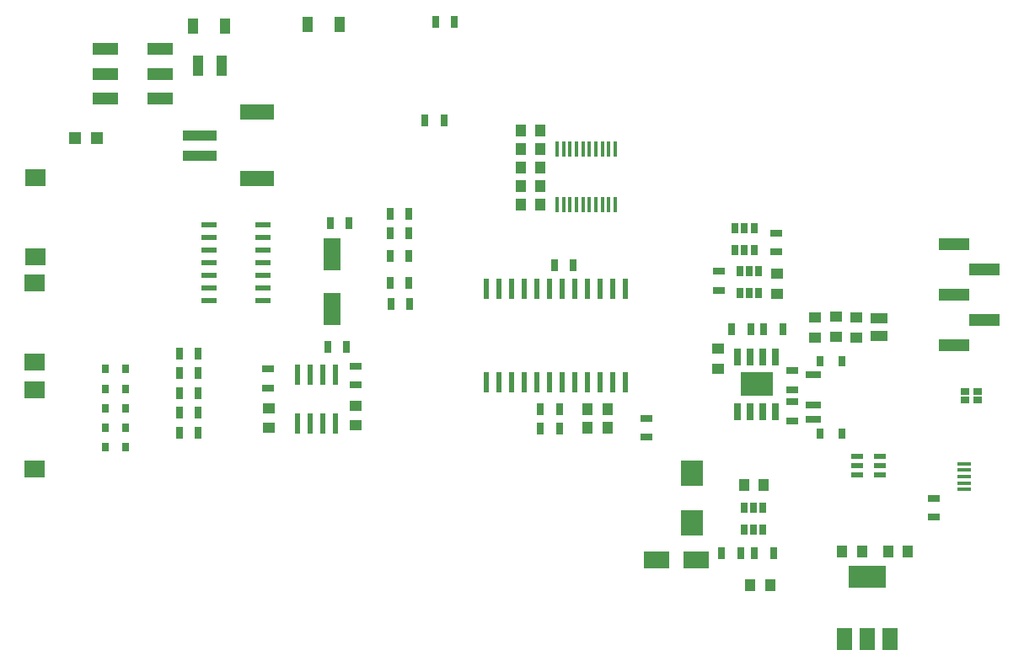
<source format=gbp>
G04 #@! TF.GenerationSoftware,KiCad,Pcbnew,(5.0.0-rc3-dev-5-g0013e0cad)*
G04 #@! TF.CreationDate,2018-07-11T14:46:06+01:00*
G04 #@! TF.ProjectId,Pride Badge,50726964652042616467652E6B696361,rev?*
G04 #@! TF.SameCoordinates,Original*
G04 #@! TF.FileFunction,Paste,Bot*
G04 #@! TF.FilePolarity,Positive*
%FSLAX46Y46*%
G04 Gerber Fmt 4.6, Leading zero omitted, Abs format (unit mm)*
G04 Created by KiCad (PCBNEW (5.0.0-rc3-dev-5-g0013e0cad)) date 07/11/18 14:46:06*
%MOMM*%
%LPD*%
G01*
G04 APERTURE LIST*
%ADD10R,1.350000X0.400000*%
%ADD11R,3.050000X1.270000*%
%ADD12R,0.850000X0.650000*%
%ADD13R,1.250000X1.000000*%
%ADD14R,1.000000X1.250000*%
%ADD15R,2.500000X1.800000*%
%ADD16R,1.700000X3.300000*%
%ADD17R,0.800000X0.900000*%
%ADD18R,1.140000X2.030000*%
%ADD19R,1.778000X1.016000*%
%ADD20R,2.200000X2.550000*%
%ADD21R,1.300000X0.700000*%
%ADD22R,0.700000X1.300000*%
%ADD23R,1.000000X1.500000*%
%ADD24R,0.650000X1.060000*%
%ADD25R,1.500000X2.200000*%
%ADD26R,3.800000X2.200000*%
%ADD27R,0.600000X2.000000*%
%ADD28R,0.650000X1.750000*%
%ADD29R,3.300000X2.410000*%
%ADD30R,0.300000X1.600000*%
%ADD31R,1.500000X0.550000*%
%ADD32R,2.500000X1.200000*%
%ADD33R,3.400000X1.500000*%
%ADD34R,3.500000X1.000000*%
%ADD35R,1.200000X0.600000*%
%ADD36R,2.000000X1.700000*%
%ADD37R,0.800000X1.000000*%
%ADD38R,1.500000X0.700000*%
%ADD39R,1.200000X1.200000*%
G04 APERTURE END LIST*
D10*
G04 #@! TO.C,J1*
X158387460Y-103399100D03*
X158387460Y-104049100D03*
X158387460Y-104699100D03*
X158387460Y-105349100D03*
X158387460Y-105999100D03*
G04 #@! TD*
D11*
G04 #@! TO.C,J3*
X160425000Y-83860000D03*
X157375000Y-81320000D03*
X157375000Y-86400000D03*
X160425000Y-88940000D03*
X157375000Y-91480000D03*
G04 #@! TD*
D12*
G04 #@! TO.C,D2*
X158475000Y-96175000D03*
X159725000Y-96175000D03*
X159725000Y-97025000D03*
X158475000Y-97025000D03*
G04 #@! TD*
D13*
G04 #@! TO.C,C1*
X147550000Y-90700000D03*
X147550000Y-88700000D03*
G04 #@! TD*
G04 #@! TO.C,C2*
X145550000Y-88650000D03*
X145550000Y-90650000D03*
G04 #@! TD*
G04 #@! TO.C,C3*
X143448246Y-88687992D03*
X143448246Y-90687992D03*
G04 #@! TD*
D14*
G04 #@! TO.C,C4*
X138300000Y-105550000D03*
X136300000Y-105550000D03*
G04 #@! TD*
G04 #@! TO.C,C5*
X136900000Y-115600000D03*
X138900000Y-115600000D03*
G04 #@! TD*
G04 #@! TO.C,C6*
X146150000Y-112250000D03*
X148150000Y-112250000D03*
G04 #@! TD*
G04 #@! TO.C,C7*
X152750000Y-112250000D03*
X150750000Y-112250000D03*
G04 #@! TD*
D13*
G04 #@! TO.C,C8*
X139650000Y-84300000D03*
X139650000Y-86300000D03*
G04 #@! TD*
D14*
G04 #@! TO.C,C9*
X113850000Y-77350000D03*
X115850000Y-77350000D03*
G04 #@! TD*
G04 #@! TO.C,C10*
X113837992Y-71750000D03*
X115837992Y-71750000D03*
G04 #@! TD*
G04 #@! TO.C,C11*
X113837992Y-75451754D03*
X115837992Y-75451754D03*
G04 #@! TD*
G04 #@! TO.C,C12*
X113837992Y-73600000D03*
X115837992Y-73600000D03*
G04 #@! TD*
G04 #@! TO.C,C13*
X115850000Y-69900000D03*
X113850000Y-69900000D03*
G04 #@! TD*
G04 #@! TO.C,C14*
X122600000Y-99800000D03*
X120600000Y-99800000D03*
G04 #@! TD*
G04 #@! TO.C,C15*
X120600000Y-97900000D03*
X122600000Y-97900000D03*
G04 #@! TD*
D13*
G04 #@! TO.C,C16*
X88600000Y-97800000D03*
X88600000Y-99800000D03*
G04 #@! TD*
G04 #@! TO.C,C17*
X97250000Y-97550000D03*
X97250000Y-99550000D03*
G04 #@! TD*
D15*
G04 #@! TO.C,D1*
X131500000Y-113100000D03*
X127500000Y-113100000D03*
G04 #@! TD*
D16*
G04 #@! TO.C,D3*
X94898246Y-87837992D03*
X94898246Y-82337992D03*
G04 #@! TD*
D17*
G04 #@! TO.C,D4*
X72100000Y-93900000D03*
X74200000Y-93900000D03*
G04 #@! TD*
G04 #@! TO.C,D5*
X74200000Y-95850000D03*
X72100000Y-95850000D03*
G04 #@! TD*
G04 #@! TO.C,D6*
X72100000Y-97800000D03*
X74200000Y-97800000D03*
G04 #@! TD*
G04 #@! TO.C,D7*
X74200000Y-99750000D03*
X72100000Y-99750000D03*
G04 #@! TD*
G04 #@! TO.C,D8*
X74200000Y-101750000D03*
X72100000Y-101750000D03*
G04 #@! TD*
D18*
G04 #@! TO.C,F1*
X81450000Y-63400000D03*
X83850000Y-63400000D03*
G04 #@! TD*
D19*
G04 #@! TO.C,L1*
X149850000Y-90539000D03*
X149850000Y-88761000D03*
G04 #@! TD*
D20*
G04 #@! TO.C,L2*
X131050000Y-109375000D03*
X131050000Y-104325000D03*
G04 #@! TD*
D21*
G04 #@! TO.C,R1*
X155350000Y-108800000D03*
X155350000Y-106900000D03*
G04 #@! TD*
D22*
G04 #@! TO.C,R2*
X138300000Y-89850000D03*
X140200000Y-89850000D03*
G04 #@! TD*
D21*
G04 #@! TO.C,R3*
X141150000Y-94050000D03*
X141150000Y-95950000D03*
G04 #@! TD*
D22*
G04 #@! TO.C,R4*
X135944290Y-112409181D03*
X134044290Y-112409181D03*
G04 #@! TD*
G04 #@! TO.C,R5*
X136950000Y-89850000D03*
X135050000Y-89850000D03*
G04 #@! TD*
G04 #@! TO.C,R6*
X137344291Y-112409182D03*
X139244291Y-112409182D03*
G04 #@! TD*
D21*
G04 #@! TO.C,R7*
X139500000Y-80200000D03*
X139500000Y-82100000D03*
G04 #@! TD*
G04 #@! TO.C,R8*
X133800000Y-84050000D03*
X133800000Y-85950000D03*
G04 #@! TD*
D22*
G04 #@! TO.C,R9*
X115850000Y-97950000D03*
X117750000Y-97950000D03*
G04 #@! TD*
G04 #@! TO.C,R10*
X117750000Y-99900000D03*
X115850000Y-99900000D03*
G04 #@! TD*
G04 #@! TO.C,R11*
X119150000Y-83450000D03*
X117250000Y-83450000D03*
G04 #@! TD*
D21*
G04 #@! TO.C,R12*
X126500000Y-100750000D03*
X126500000Y-98850000D03*
G04 #@! TD*
D22*
G04 #@! TO.C,R13*
X94700000Y-79200000D03*
X96600000Y-79200000D03*
G04 #@! TD*
G04 #@! TO.C,R14*
X94448246Y-91637992D03*
X96348246Y-91637992D03*
G04 #@! TD*
G04 #@! TO.C,R15*
X79550000Y-92300000D03*
X81450000Y-92300000D03*
G04 #@! TD*
G04 #@! TO.C,R16*
X102698246Y-87337992D03*
X100798246Y-87337992D03*
G04 #@! TD*
G04 #@! TO.C,R17*
X81450000Y-94300000D03*
X79550000Y-94300000D03*
G04 #@! TD*
D21*
G04 #@! TO.C,R18*
X97250000Y-93600000D03*
X97250000Y-95500000D03*
G04 #@! TD*
G04 #@! TO.C,R19*
X88500000Y-93900000D03*
X88500000Y-95800000D03*
G04 #@! TD*
D22*
G04 #@! TO.C,R20*
X100748246Y-85187992D03*
X102648246Y-85187992D03*
G04 #@! TD*
G04 #@! TO.C,R21*
X81450000Y-96300000D03*
X79550000Y-96300000D03*
G04 #@! TD*
G04 #@! TO.C,R23*
X102648246Y-82487992D03*
X100748246Y-82487992D03*
G04 #@! TD*
G04 #@! TO.C,R24*
X79550000Y-98300000D03*
X81450000Y-98300000D03*
G04 #@! TD*
G04 #@! TO.C,R25*
X100748246Y-80237992D03*
X102648246Y-80237992D03*
G04 #@! TD*
G04 #@! TO.C,R26*
X100748246Y-78237992D03*
X102648246Y-78237992D03*
G04 #@! TD*
G04 #@! TO.C,R27*
X81450000Y-100300000D03*
X79550000Y-100300000D03*
G04 #@! TD*
D23*
G04 #@! TO.C,SW4*
X80950000Y-59400000D03*
X84150000Y-59400000D03*
G04 #@! TD*
D24*
G04 #@! TO.C,U3*
X137250000Y-107850000D03*
X138200000Y-107850000D03*
X136300000Y-107850000D03*
X136300000Y-110050000D03*
X137250000Y-110050000D03*
X138200000Y-110050000D03*
G04 #@! TD*
D25*
G04 #@! TO.C,U4*
X146349999Y-121050000D03*
X148649999Y-121050000D03*
X150949999Y-121050000D03*
D26*
X148649999Y-114750000D03*
G04 #@! TD*
D24*
G04 #@! TO.C,U5*
X136350000Y-79750000D03*
X137300000Y-79750000D03*
X135400000Y-79750000D03*
X135400000Y-81950000D03*
X136350000Y-81950000D03*
X137300000Y-81950000D03*
G04 #@! TD*
G04 #@! TO.C,U6*
X137750000Y-86250000D03*
X136800000Y-86250000D03*
X135850000Y-86250000D03*
X135850000Y-84050000D03*
X137750000Y-84050000D03*
X136800000Y-84050000D03*
G04 #@! TD*
D27*
G04 #@! TO.C,U10*
X91443246Y-94437992D03*
X92713246Y-94437992D03*
X95253246Y-94437992D03*
X95253246Y-99337992D03*
X93983246Y-99337992D03*
X92713246Y-99337992D03*
X91443246Y-99337992D03*
X93983246Y-94437992D03*
G04 #@! TD*
D28*
G04 #@! TO.C,U2*
X139455000Y-98150000D03*
D29*
X137550000Y-95400000D03*
D28*
X138185000Y-98150000D03*
X136915000Y-98150000D03*
X135645000Y-98150000D03*
X135645000Y-92650000D03*
X136915000Y-92650000D03*
X138185000Y-92650000D03*
X139455000Y-92650000D03*
G04 #@! TD*
D30*
G04 #@! TO.C,U7*
X123362992Y-77351754D03*
X122712992Y-77351754D03*
X122062992Y-77351754D03*
X121412992Y-77351754D03*
X120762992Y-77351754D03*
X120112992Y-77351754D03*
X119462992Y-77351754D03*
X118812992Y-77351754D03*
X118162992Y-77351754D03*
X117512992Y-77351754D03*
X117512992Y-71751754D03*
X118162992Y-71751754D03*
X118812992Y-71751754D03*
X119462992Y-71751754D03*
X120112992Y-71751754D03*
X120762992Y-71751754D03*
X121412992Y-71751754D03*
X122062992Y-71751754D03*
X122712992Y-71751754D03*
X123362992Y-71751754D03*
G04 #@! TD*
D27*
G04 #@! TO.C,U8*
X124367123Y-95254501D03*
X110397123Y-85854501D03*
X123097123Y-95254501D03*
X121827123Y-95254501D03*
X120557123Y-95254501D03*
X119287123Y-95254501D03*
X118017123Y-95254501D03*
X116747123Y-95254501D03*
X115477123Y-95254501D03*
X114207123Y-95254501D03*
X112937123Y-95254501D03*
X111667123Y-95254501D03*
X110397123Y-95254501D03*
X111667123Y-85854501D03*
X112937123Y-85854501D03*
X114207123Y-85854501D03*
X115477123Y-85854501D03*
X116747123Y-85854501D03*
X118017123Y-85854501D03*
X119287123Y-85854501D03*
X120557123Y-85854501D03*
X121827123Y-85854501D03*
X123097123Y-85854501D03*
X124367123Y-85854501D03*
G04 #@! TD*
D31*
G04 #@! TO.C,U9*
X87950000Y-79340000D03*
X87950000Y-80610000D03*
X87950000Y-81880000D03*
X87950000Y-83150000D03*
X87950000Y-84420000D03*
X87950000Y-85690000D03*
X87950000Y-86960000D03*
X82550000Y-86960000D03*
X82550000Y-85690000D03*
X82550000Y-84420000D03*
X82550000Y-83150000D03*
X82550000Y-81880000D03*
X82550000Y-80610000D03*
X82550000Y-79340000D03*
G04 #@! TD*
D32*
G04 #@! TO.C,SW1*
X72150000Y-61700000D03*
X72150000Y-64200000D03*
X72150000Y-66700000D03*
X77650000Y-66700000D03*
X77650000Y-64200000D03*
X77650000Y-61700000D03*
G04 #@! TD*
D13*
G04 #@! TO.C,C18*
X133650000Y-93850000D03*
X133650000Y-91850000D03*
G04 #@! TD*
D33*
G04 #@! TO.C,J2*
X87375000Y-74750000D03*
X87375000Y-68050000D03*
D34*
X81625000Y-72400000D03*
X81625000Y-70400000D03*
G04 #@! TD*
D35*
G04 #@! TO.C,U1*
X149950000Y-102650000D03*
X149950000Y-103600000D03*
X149950000Y-104550000D03*
X147650000Y-104550000D03*
X147650000Y-103600000D03*
X147650000Y-102650000D03*
G04 #@! TD*
D36*
G04 #@! TO.C,SW2*
X65050000Y-93200000D03*
X65050000Y-85200000D03*
G04 #@! TD*
G04 #@! TO.C,SW3*
X65100000Y-74600000D03*
X65100000Y-82600000D03*
G04 #@! TD*
G04 #@! TO.C,SW6*
X65000000Y-95950000D03*
X65000000Y-103950000D03*
G04 #@! TD*
D21*
G04 #@! TO.C,R22*
X141150000Y-99100000D03*
X141150000Y-97200000D03*
G04 #@! TD*
D37*
G04 #@! TO.C,SW7*
X143895001Y-93074999D03*
X143895001Y-100374999D03*
X146105001Y-100374999D03*
X146105001Y-93074999D03*
D38*
X143245001Y-98974999D03*
X143245001Y-97474999D03*
X143245001Y-94474999D03*
G04 #@! TD*
D39*
G04 #@! TO.C,D9*
X69100000Y-70700000D03*
X71300000Y-70700000D03*
G04 #@! TD*
D22*
G04 #@! TO.C,R28*
X104250000Y-68900000D03*
X106150000Y-68900000D03*
G04 #@! TD*
G04 #@! TO.C,R29*
X107200000Y-59000000D03*
X105300000Y-59000000D03*
G04 #@! TD*
D23*
G04 #@! TO.C,SW5*
X92450000Y-59250000D03*
X95650000Y-59250000D03*
G04 #@! TD*
M02*

</source>
